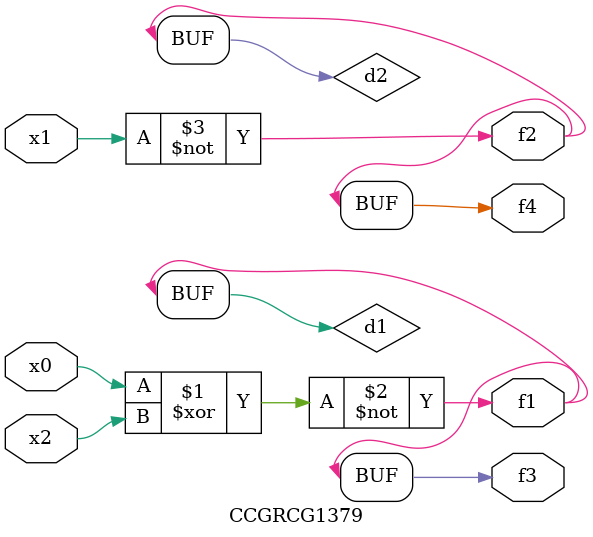
<source format=v>
module CCGRCG1379(
	input x0, x1, x2,
	output f1, f2, f3, f4
);

	wire d1, d2, d3;

	xnor (d1, x0, x2);
	nand (d2, x1);
	nor (d3, x1, x2);
	assign f1 = d1;
	assign f2 = d2;
	assign f3 = d1;
	assign f4 = d2;
endmodule

</source>
